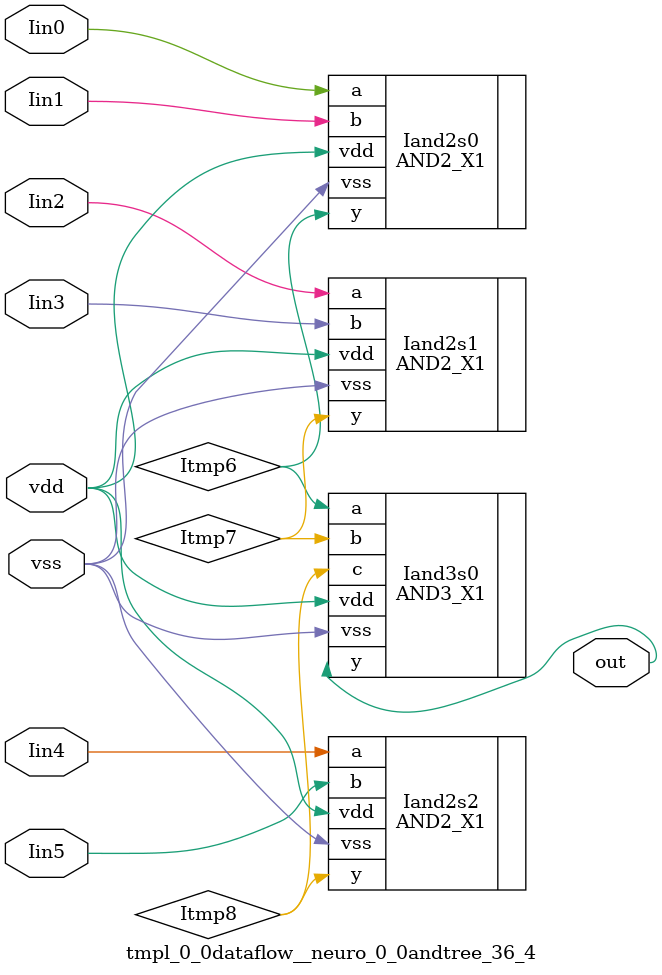
<source format=v>
module tmpl_0_0dataflow__neuro_0_0andtree_36_4(Iin0 , Iin1 , Iin2 , Iin3 , Iin4 , Iin5 , out, vdd, vss); 
   input vdd;
   input vss;
   input Iin0 ;
   input Iin1 ;
   input Iin2 ;
   input Iin3 ;
   input Iin4 ;
   input Iin5 ;
   output out;

// -- signals ---
   wire Itmp8 ;
   wire Iin0 ;
   wire Iin3 ;
   wire Iin5 ;
   wire Iin2 ;
   wire Iin1 ;
   wire Iin4 ;
   wire out ;
   wire Itmp6 ;
   wire Itmp7 ;

// --- instances
AND3_X1 Iand3s0  (.y(out), .a(Itmp6 ), .b(Itmp7 ), .c(Itmp8 ), .vdd(vdd), .vss(vss));
AND2_X1 Iand2s0  (.y(Itmp6 ), .a(Iin0 ), .b(Iin1 ), .vdd(vdd), .vss(vss));
AND2_X1 Iand2s1  (.y(Itmp7 ), .a(Iin2 ), .b(Iin3 ), .vdd(vdd), .vss(vss));
AND2_X1 Iand2s2  (.y(Itmp8 ), .a(Iin4 ), .b(Iin5 ), .vdd(vdd), .vss(vss));
endmodule
</source>
